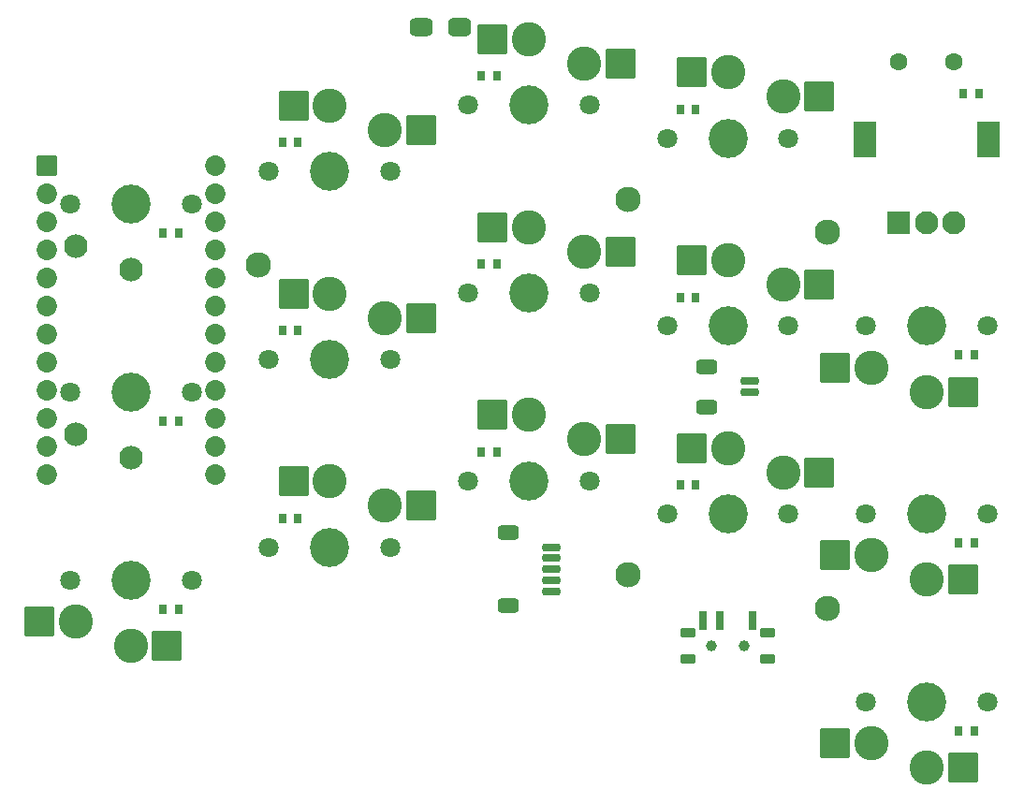
<source format=gbr>
%TF.GenerationSoftware,KiCad,Pcbnew,(7.0.0-0)*%
%TF.CreationDate,2023-06-08T17:13:25+08:00*%
%TF.ProjectId,right,72696768-742e-46b6-9963-61645f706362,v1.0.0*%
%TF.SameCoordinates,Original*%
%TF.FileFunction,Soldermask,Bot*%
%TF.FilePolarity,Negative*%
%FSLAX46Y46*%
G04 Gerber Fmt 4.6, Leading zero omitted, Abs format (unit mm)*
G04 Created by KiCad (PCBNEW (7.0.0-0)) date 2023-06-08 17:13:25*
%MOMM*%
%LPD*%
G01*
G04 APERTURE LIST*
G04 Aperture macros list*
%AMRoundRect*
0 Rectangle with rounded corners*
0 $1 Rounding radius*
0 $2 $3 $4 $5 $6 $7 $8 $9 X,Y pos of 4 corners*
0 Add a 4 corners polygon primitive as box body*
4,1,4,$2,$3,$4,$5,$6,$7,$8,$9,$2,$3,0*
0 Add four circle primitives for the rounded corners*
1,1,$1+$1,$2,$3*
1,1,$1+$1,$4,$5*
1,1,$1+$1,$6,$7*
1,1,$1+$1,$8,$9*
0 Add four rect primitives between the rounded corners*
20,1,$1+$1,$2,$3,$4,$5,0*
20,1,$1+$1,$4,$5,$6,$7,0*
20,1,$1+$1,$6,$7,$8,$9,0*
20,1,$1+$1,$8,$9,$2,$3,0*%
G04 Aperture macros list end*
%ADD10C,3.529000*%
%ADD11C,1.801800*%
%ADD12C,2.132000*%
%ADD13RoundRect,0.050000X-0.300000X-0.350000X0.300000X-0.350000X0.300000X0.350000X-0.300000X0.350000X0*%
%ADD14RoundRect,0.050000X1.000000X-1.000000X1.000000X1.000000X-1.000000X1.000000X-1.000000X-1.000000X0*%
%ADD15C,2.100000*%
%ADD16C,1.600000*%
%ADD17RoundRect,0.050000X1.000000X-1.600000X1.000000X1.600000X-1.000000X1.600000X-1.000000X-1.600000X0*%
%ADD18RoundRect,0.050000X0.300000X0.350000X-0.300000X0.350000X-0.300000X-0.350000X0.300000X-0.350000X0*%
%ADD19C,1.000000*%
%ADD20RoundRect,0.050000X-0.300000X0.762000X-0.300000X-0.762000X0.300000X-0.762000X0.300000X0.762000X0*%
%ADD21RoundRect,0.050000X0.600000X0.350000X-0.600000X0.350000X-0.600000X-0.350000X0.600000X-0.350000X0*%
%ADD22RoundRect,0.431000X0.619000X0.381000X-0.619000X0.381000X-0.619000X-0.381000X0.619000X-0.381000X0*%
%ADD23RoundRect,0.428000X0.622000X0.378000X-0.622000X0.378000X-0.622000X-0.378000X0.622000X-0.378000X0*%
%ADD24RoundRect,0.050000X-0.876300X0.876300X-0.876300X-0.876300X0.876300X-0.876300X0.876300X0.876300X0*%
%ADD25C,1.852600*%
%ADD26RoundRect,0.200000X0.625000X-0.150000X0.625000X0.150000X-0.625000X0.150000X-0.625000X-0.150000X0*%
%ADD27RoundRect,0.300000X0.650000X-0.350000X0.650000X0.350000X-0.650000X0.350000X-0.650000X-0.350000X0*%
%ADD28C,2.300000*%
%ADD29C,3.100000*%
%ADD30RoundRect,0.050000X-1.300000X-1.300000X1.300000X-1.300000X1.300000X1.300000X-1.300000X1.300000X0*%
G04 APERTURE END LIST*
D10*
%TO.C,S1*%
X0Y34000000D03*
D11*
X5500000Y34000000D03*
X-5500000Y34000000D03*
D12*
X-5000000Y30200000D03*
X0Y28100000D03*
%TD*%
D13*
%TO.C,D1*%
X2900000Y31400000D03*
X4300000Y31400000D03*
%TD*%
D10*
%TO.C,S2*%
X0Y17000000D03*
D11*
X5500000Y17000000D03*
X-5500000Y17000000D03*
D12*
X-5000000Y13200000D03*
X0Y11100000D03*
%TD*%
D13*
%TO.C,D2*%
X2900000Y14400000D03*
X4300000Y14400000D03*
%TD*%
D14*
%TO.C,ROT1*%
X69460000Y32380000D03*
D15*
X71960000Y32380000D03*
X74460000Y32380000D03*
D16*
X69460000Y46880000D03*
X74460000Y46880000D03*
D17*
X66360000Y39880000D03*
X77560000Y39880000D03*
%TD*%
D18*
%TO.C,D3*%
X76700000Y44000000D03*
X75300000Y44000000D03*
%TD*%
D19*
%TO.C,SS1*%
X55500000Y-5930000D03*
X52500000Y-5930000D03*
D20*
X56250000Y-3680000D03*
X53250000Y-3680000D03*
X51750000Y-3680000D03*
D21*
X57600000Y-7080000D03*
X57600000Y-4780000D03*
X50400000Y-7080000D03*
X50400000Y-4780000D03*
%TD*%
D22*
%TO.C,SB1*%
X29750000Y50000000D03*
D23*
X26250000Y50000000D03*
%TD*%
D24*
%TO.C,MCU1*%
X-7620000Y37470000D03*
D25*
X-7620000Y34930000D03*
X-7620000Y32390000D03*
X-7620000Y29850000D03*
X-7620000Y27310000D03*
X-7620000Y24770000D03*
X-7620000Y22230000D03*
X-7620000Y19690000D03*
X-7620000Y17150000D03*
X-7620000Y14610000D03*
X-7620000Y12070000D03*
X-7620000Y9530000D03*
X7620000Y37470000D03*
X7620000Y34930000D03*
X7620000Y32390000D03*
X7620000Y29850000D03*
X7620000Y27310000D03*
X7620000Y24770000D03*
X7620000Y22230000D03*
X7620000Y19690000D03*
X7620000Y17150000D03*
X7620000Y14610000D03*
X7620000Y12070000D03*
X7620000Y9530000D03*
%TD*%
D26*
%TO.C,JB1*%
X56000000Y18000000D03*
X56000000Y17000000D03*
D27*
X52125000Y19300000D03*
X52125000Y15700000D03*
%TD*%
D26*
%TO.C,JC1*%
X38000000Y3000000D03*
X38000000Y2000000D03*
X38000000Y1000000D03*
X38000000Y0D03*
X38000000Y-1000000D03*
D27*
X34125000Y-2300000D03*
X34125000Y4300000D03*
%TD*%
D28*
%TO.C,H1*%
X11500000Y28500000D03*
%TD*%
%TO.C,H2*%
X45000000Y34500000D03*
%TD*%
%TO.C,H3*%
X45000000Y500000D03*
%TD*%
%TO.C,H4*%
X63000000Y31500000D03*
%TD*%
%TO.C,H5*%
X63000000Y-2500000D03*
%TD*%
D10*
%TO.C,S3*%
X72000000Y23000000D03*
D11*
X77500000Y23000000D03*
X66500000Y23000000D03*
D29*
X67000000Y19250000D03*
X72000000Y17050000D03*
D30*
X75275000Y17050000D03*
X63725000Y19250000D03*
%TD*%
D13*
%TO.C,D4*%
X74900000Y20400000D03*
X76300000Y20400000D03*
%TD*%
D10*
%TO.C,S4*%
X72000000Y6000000D03*
D11*
X77500000Y6000000D03*
X66500000Y6000000D03*
D29*
X67000000Y2250000D03*
X72000000Y50000D03*
D30*
X75275000Y50000D03*
X63725000Y2250000D03*
%TD*%
D13*
%TO.C,D5*%
X74900000Y3400000D03*
X76300000Y3400000D03*
%TD*%
D10*
%TO.C,S5*%
X72000000Y-11000000D03*
D11*
X77500000Y-11000000D03*
X66500000Y-11000000D03*
D29*
X67000000Y-14750000D03*
X72000000Y-16950000D03*
D30*
X75275000Y-16950000D03*
X63725000Y-14750000D03*
%TD*%
D13*
%TO.C,D6*%
X74900000Y-13600000D03*
X76300000Y-13600000D03*
%TD*%
D10*
%TO.C,S6*%
X54000000Y40000000D03*
D11*
X48500000Y40000000D03*
X59500000Y40000000D03*
D29*
X59000000Y43750000D03*
X54000000Y45950000D03*
D30*
X50725000Y45950000D03*
X62275000Y43750000D03*
%TD*%
D18*
%TO.C,D7*%
X51100000Y42600000D03*
X49700000Y42600000D03*
%TD*%
D10*
%TO.C,S7*%
X54000000Y23000000D03*
D11*
X48500000Y23000000D03*
X59500000Y23000000D03*
D29*
X59000000Y26750000D03*
X54000000Y28950000D03*
D30*
X50725000Y28950000D03*
X62275000Y26750000D03*
%TD*%
D18*
%TO.C,D8*%
X51100000Y25600000D03*
X49700000Y25600000D03*
%TD*%
D10*
%TO.C,S8*%
X54000000Y6000000D03*
D11*
X48500000Y6000000D03*
X59500000Y6000000D03*
D29*
X59000000Y9750000D03*
X54000000Y11950000D03*
D30*
X50725000Y11950000D03*
X62275000Y9750000D03*
%TD*%
D18*
%TO.C,D9*%
X51100000Y8600000D03*
X49700000Y8600000D03*
%TD*%
D10*
%TO.C,S9*%
X36000000Y43000000D03*
D11*
X30500000Y43000000D03*
X41500000Y43000000D03*
D29*
X41000000Y46750000D03*
X36000000Y48950000D03*
D30*
X32725000Y48950000D03*
X44275000Y46750000D03*
%TD*%
D18*
%TO.C,D10*%
X33100000Y45600000D03*
X31700000Y45600000D03*
%TD*%
D10*
%TO.C,S10*%
X36000000Y26000000D03*
D11*
X30500000Y26000000D03*
X41500000Y26000000D03*
D29*
X41000000Y29750000D03*
X36000000Y31950000D03*
D30*
X32725000Y31950000D03*
X44275000Y29750000D03*
%TD*%
D18*
%TO.C,D11*%
X33100000Y28600000D03*
X31700000Y28600000D03*
%TD*%
D10*
%TO.C,S11*%
X36000000Y9000000D03*
D11*
X30500000Y9000000D03*
X41500000Y9000000D03*
D29*
X41000000Y12750000D03*
X36000000Y14950000D03*
D30*
X32725000Y14950000D03*
X44275000Y12750000D03*
%TD*%
D18*
%TO.C,D12*%
X33100000Y11600000D03*
X31700000Y11600000D03*
%TD*%
D10*
%TO.C,S12*%
X18000000Y37000000D03*
D11*
X12500000Y37000000D03*
X23500000Y37000000D03*
D29*
X23000000Y40750000D03*
X18000000Y42950000D03*
D30*
X14725000Y42950000D03*
X26275000Y40750000D03*
%TD*%
D18*
%TO.C,D13*%
X15100000Y39600000D03*
X13700000Y39600000D03*
%TD*%
D10*
%TO.C,S13*%
X18000000Y20000000D03*
D11*
X12500000Y20000000D03*
X23500000Y20000000D03*
D29*
X23000000Y23750000D03*
X18000000Y25950000D03*
D30*
X14725000Y25950000D03*
X26275000Y23750000D03*
%TD*%
D18*
%TO.C,D14*%
X15100000Y22600000D03*
X13700000Y22600000D03*
%TD*%
D10*
%TO.C,S14*%
X18000000Y3000000D03*
D11*
X12500000Y3000000D03*
X23500000Y3000000D03*
D29*
X23000000Y6750000D03*
X18000000Y8950000D03*
D30*
X14725000Y8950000D03*
X26275000Y6750000D03*
%TD*%
D18*
%TO.C,D15*%
X15100000Y5600000D03*
X13700000Y5600000D03*
%TD*%
D10*
%TO.C,S15*%
X0Y0D03*
D11*
X5500000Y0D03*
X-5500000Y0D03*
D29*
X-5000000Y-3750000D03*
X0Y-5950000D03*
D30*
X3275000Y-5950000D03*
X-8275000Y-3750000D03*
%TD*%
D13*
%TO.C,D16*%
X2900000Y-2600000D03*
X4300000Y-2600000D03*
%TD*%
M02*

</source>
